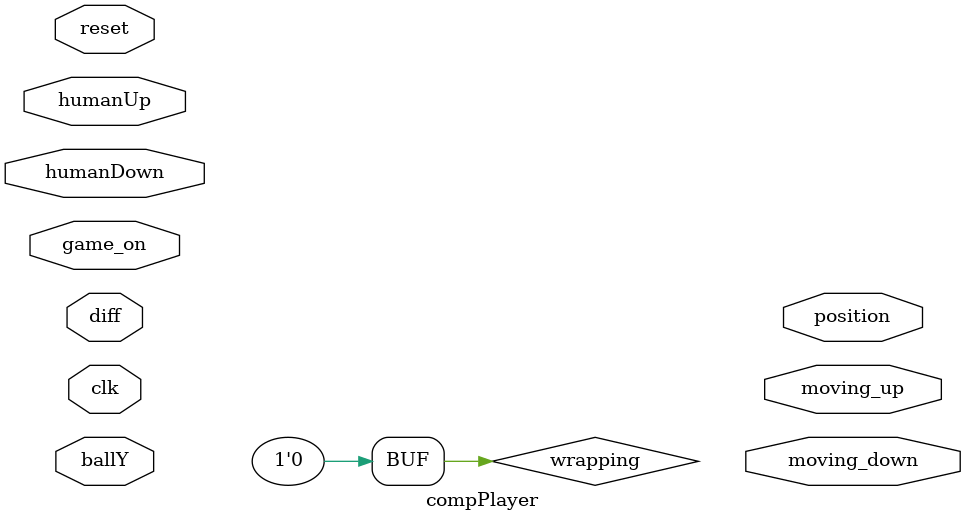
<source format=sv>
/********************************************************
********* Computer Player aka A.I. **********************
* This file will be used to have a computer player to 
* compete against. It will have the ball position as an input
* and a level 

include "constants.sv"*/

module compPlayer	(	input int ballY,
				input logic reset,
				input logic [1:0] diff,
				input logic game_on,
				input logic clk, humanUp, humanDown,
				output int position,
				output logic moving_up,
				output logic moving_down);
logic goingUp;
logic goingDown;
int tickCount = 0;
logic wrapping = 0;

	
	always_ff @(posedge clk)
		case(diff)
			2'b00: tickCount<=200000;
			2'b01: tickCount<=800000;
			2'b10: tickCount<=400000;
			2'b11: tickCount<=200000;
		endcase



	Paddle comp(.up(goingUp), .down(goingDown), .reset(reset), .game_on(game_on), .wrap_mode(wrapping), .clk(clk), .ticks_per_px(tickCount));
	always_comb begin
		if(!reset)
			begin
				goingUp <= 0;
				goingDown <= 0;
			end
		else if(diff==2'b00)
			begin
				if(humanUp) begin
					goingUp <= 1;
					goingDown <= 0;
				end else if(humanDown) begin
					goingUp <= 0;
					goingDown <= 1;
				end else begin
					goingUp <= 0;
					goingDown <= 0;
				end
			end

		else if(ballY>position)
			begin
				goingUp<=0;
				goingDown<=1;
			end
		else if(ballY<position)
			begin	
				goingUp<=1;
				goingDown<=0;
			end
		else
			begin
				goingUp<=0;
				goingDown<=0;
			end
		end
endmodule

</source>
